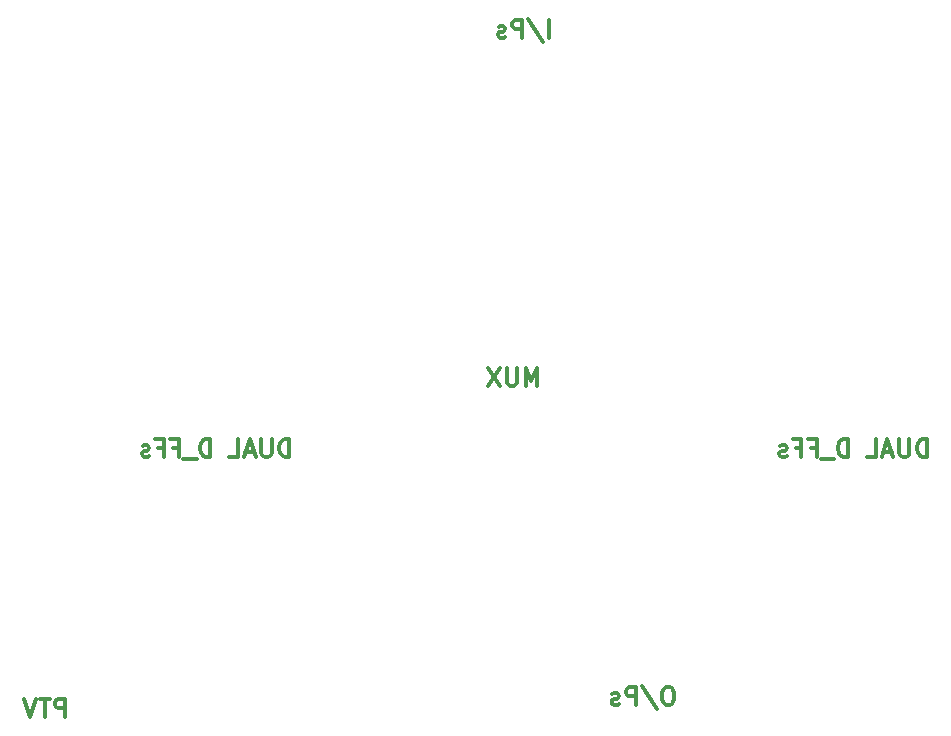
<source format=gbr>
%TF.GenerationSoftware,KiCad,Pcbnew,8.0.1*%
%TF.CreationDate,2024-04-13T21:36:45+05:30*%
%TF.ProjectId,piso,7069736f-2e6b-4696-9361-645f70636258,rev?*%
%TF.SameCoordinates,Original*%
%TF.FileFunction,Legend,Bot*%
%TF.FilePolarity,Positive*%
%FSLAX46Y46*%
G04 Gerber Fmt 4.6, Leading zero omitted, Abs format (unit mm)*
G04 Created by KiCad (PCBNEW 8.0.1) date 2024-04-13 21:36:45*
%MOMM*%
%LPD*%
G01*
G04 APERTURE LIST*
%ADD10C,0.300000*%
G04 APERTURE END LIST*
D10*
X179945489Y-135800828D02*
X179945489Y-134300828D01*
X179945489Y-134300828D02*
X179588346Y-134300828D01*
X179588346Y-134300828D02*
X179374060Y-134372257D01*
X179374060Y-134372257D02*
X179231203Y-134515114D01*
X179231203Y-134515114D02*
X179159774Y-134657971D01*
X179159774Y-134657971D02*
X179088346Y-134943685D01*
X179088346Y-134943685D02*
X179088346Y-135157971D01*
X179088346Y-135157971D02*
X179159774Y-135443685D01*
X179159774Y-135443685D02*
X179231203Y-135586542D01*
X179231203Y-135586542D02*
X179374060Y-135729400D01*
X179374060Y-135729400D02*
X179588346Y-135800828D01*
X179588346Y-135800828D02*
X179945489Y-135800828D01*
X178445489Y-134300828D02*
X178445489Y-135515114D01*
X178445489Y-135515114D02*
X178374060Y-135657971D01*
X178374060Y-135657971D02*
X178302632Y-135729400D01*
X178302632Y-135729400D02*
X178159774Y-135800828D01*
X178159774Y-135800828D02*
X177874060Y-135800828D01*
X177874060Y-135800828D02*
X177731203Y-135729400D01*
X177731203Y-135729400D02*
X177659774Y-135657971D01*
X177659774Y-135657971D02*
X177588346Y-135515114D01*
X177588346Y-135515114D02*
X177588346Y-134300828D01*
X176945488Y-135372257D02*
X176231203Y-135372257D01*
X177088345Y-135800828D02*
X176588345Y-134300828D01*
X176588345Y-134300828D02*
X176088345Y-135800828D01*
X174874060Y-135800828D02*
X175588346Y-135800828D01*
X175588346Y-135800828D02*
X175588346Y-134300828D01*
X173231203Y-135800828D02*
X173231203Y-134300828D01*
X173231203Y-134300828D02*
X172874060Y-134300828D01*
X172874060Y-134300828D02*
X172659774Y-134372257D01*
X172659774Y-134372257D02*
X172516917Y-134515114D01*
X172516917Y-134515114D02*
X172445488Y-134657971D01*
X172445488Y-134657971D02*
X172374060Y-134943685D01*
X172374060Y-134943685D02*
X172374060Y-135157971D01*
X172374060Y-135157971D02*
X172445488Y-135443685D01*
X172445488Y-135443685D02*
X172516917Y-135586542D01*
X172516917Y-135586542D02*
X172659774Y-135729400D01*
X172659774Y-135729400D02*
X172874060Y-135800828D01*
X172874060Y-135800828D02*
X173231203Y-135800828D01*
X172088346Y-135943685D02*
X170945488Y-135943685D01*
X170088346Y-135015114D02*
X170588346Y-135015114D01*
X170588346Y-135800828D02*
X170588346Y-134300828D01*
X170588346Y-134300828D02*
X169874060Y-134300828D01*
X168802632Y-135015114D02*
X169302632Y-135015114D01*
X169302632Y-135800828D02*
X169302632Y-134300828D01*
X169302632Y-134300828D02*
X168588346Y-134300828D01*
X168088346Y-135729400D02*
X167945489Y-135800828D01*
X167945489Y-135800828D02*
X167659775Y-135800828D01*
X167659775Y-135800828D02*
X167516918Y-135729400D01*
X167516918Y-135729400D02*
X167445489Y-135586542D01*
X167445489Y-135586542D02*
X167445489Y-135515114D01*
X167445489Y-135515114D02*
X167516918Y-135372257D01*
X167516918Y-135372257D02*
X167659775Y-135300828D01*
X167659775Y-135300828D02*
X167874061Y-135300828D01*
X167874061Y-135300828D02*
X168016918Y-135229400D01*
X168016918Y-135229400D02*
X168088346Y-135086542D01*
X168088346Y-135086542D02*
X168088346Y-135015114D01*
X168088346Y-135015114D02*
X168016918Y-134872257D01*
X168016918Y-134872257D02*
X167874061Y-134800828D01*
X167874061Y-134800828D02*
X167659775Y-134800828D01*
X167659775Y-134800828D02*
X167516918Y-134872257D01*
X106945489Y-157800828D02*
X106945489Y-156300828D01*
X106945489Y-156300828D02*
X106374060Y-156300828D01*
X106374060Y-156300828D02*
X106231203Y-156372257D01*
X106231203Y-156372257D02*
X106159774Y-156443685D01*
X106159774Y-156443685D02*
X106088346Y-156586542D01*
X106088346Y-156586542D02*
X106088346Y-156800828D01*
X106088346Y-156800828D02*
X106159774Y-156943685D01*
X106159774Y-156943685D02*
X106231203Y-157015114D01*
X106231203Y-157015114D02*
X106374060Y-157086542D01*
X106374060Y-157086542D02*
X106945489Y-157086542D01*
X105659774Y-156300828D02*
X104802632Y-156300828D01*
X105231203Y-157800828D02*
X105231203Y-156300828D01*
X104516917Y-156300828D02*
X104016917Y-157800828D01*
X104016917Y-157800828D02*
X103516917Y-156300828D01*
X158159774Y-155300828D02*
X157874060Y-155300828D01*
X157874060Y-155300828D02*
X157731203Y-155372257D01*
X157731203Y-155372257D02*
X157588346Y-155515114D01*
X157588346Y-155515114D02*
X157516917Y-155800828D01*
X157516917Y-155800828D02*
X157516917Y-156300828D01*
X157516917Y-156300828D02*
X157588346Y-156586542D01*
X157588346Y-156586542D02*
X157731203Y-156729400D01*
X157731203Y-156729400D02*
X157874060Y-156800828D01*
X157874060Y-156800828D02*
X158159774Y-156800828D01*
X158159774Y-156800828D02*
X158302632Y-156729400D01*
X158302632Y-156729400D02*
X158445489Y-156586542D01*
X158445489Y-156586542D02*
X158516917Y-156300828D01*
X158516917Y-156300828D02*
X158516917Y-155800828D01*
X158516917Y-155800828D02*
X158445489Y-155515114D01*
X158445489Y-155515114D02*
X158302632Y-155372257D01*
X158302632Y-155372257D02*
X158159774Y-155300828D01*
X155802631Y-155229400D02*
X157088345Y-157157971D01*
X155302631Y-156800828D02*
X155302631Y-155300828D01*
X155302631Y-155300828D02*
X154731202Y-155300828D01*
X154731202Y-155300828D02*
X154588345Y-155372257D01*
X154588345Y-155372257D02*
X154516916Y-155443685D01*
X154516916Y-155443685D02*
X154445488Y-155586542D01*
X154445488Y-155586542D02*
X154445488Y-155800828D01*
X154445488Y-155800828D02*
X154516916Y-155943685D01*
X154516916Y-155943685D02*
X154588345Y-156015114D01*
X154588345Y-156015114D02*
X154731202Y-156086542D01*
X154731202Y-156086542D02*
X155302631Y-156086542D01*
X153874059Y-156729400D02*
X153731202Y-156800828D01*
X153731202Y-156800828D02*
X153445488Y-156800828D01*
X153445488Y-156800828D02*
X153302631Y-156729400D01*
X153302631Y-156729400D02*
X153231202Y-156586542D01*
X153231202Y-156586542D02*
X153231202Y-156515114D01*
X153231202Y-156515114D02*
X153302631Y-156372257D01*
X153302631Y-156372257D02*
X153445488Y-156300828D01*
X153445488Y-156300828D02*
X153659774Y-156300828D01*
X153659774Y-156300828D02*
X153802631Y-156229400D01*
X153802631Y-156229400D02*
X153874059Y-156086542D01*
X153874059Y-156086542D02*
X153874059Y-156015114D01*
X153874059Y-156015114D02*
X153802631Y-155872257D01*
X153802631Y-155872257D02*
X153659774Y-155800828D01*
X153659774Y-155800828D02*
X153445488Y-155800828D01*
X153445488Y-155800828D02*
X153302631Y-155872257D01*
X146945489Y-129800828D02*
X146945489Y-128300828D01*
X146945489Y-128300828D02*
X146445489Y-129372257D01*
X146445489Y-129372257D02*
X145945489Y-128300828D01*
X145945489Y-128300828D02*
X145945489Y-129800828D01*
X145231203Y-128300828D02*
X145231203Y-129515114D01*
X145231203Y-129515114D02*
X145159774Y-129657971D01*
X145159774Y-129657971D02*
X145088346Y-129729400D01*
X145088346Y-129729400D02*
X144945488Y-129800828D01*
X144945488Y-129800828D02*
X144659774Y-129800828D01*
X144659774Y-129800828D02*
X144516917Y-129729400D01*
X144516917Y-129729400D02*
X144445488Y-129657971D01*
X144445488Y-129657971D02*
X144374060Y-129515114D01*
X144374060Y-129515114D02*
X144374060Y-128300828D01*
X143802631Y-128300828D02*
X142802631Y-129800828D01*
X142802631Y-128300828D02*
X143802631Y-129800828D01*
X147945489Y-100300828D02*
X147945489Y-98800828D01*
X146159774Y-98729400D02*
X147445488Y-100657971D01*
X145659774Y-100300828D02*
X145659774Y-98800828D01*
X145659774Y-98800828D02*
X145088345Y-98800828D01*
X145088345Y-98800828D02*
X144945488Y-98872257D01*
X144945488Y-98872257D02*
X144874059Y-98943685D01*
X144874059Y-98943685D02*
X144802631Y-99086542D01*
X144802631Y-99086542D02*
X144802631Y-99300828D01*
X144802631Y-99300828D02*
X144874059Y-99443685D01*
X144874059Y-99443685D02*
X144945488Y-99515114D01*
X144945488Y-99515114D02*
X145088345Y-99586542D01*
X145088345Y-99586542D02*
X145659774Y-99586542D01*
X144231202Y-100229400D02*
X144088345Y-100300828D01*
X144088345Y-100300828D02*
X143802631Y-100300828D01*
X143802631Y-100300828D02*
X143659774Y-100229400D01*
X143659774Y-100229400D02*
X143588345Y-100086542D01*
X143588345Y-100086542D02*
X143588345Y-100015114D01*
X143588345Y-100015114D02*
X143659774Y-99872257D01*
X143659774Y-99872257D02*
X143802631Y-99800828D01*
X143802631Y-99800828D02*
X144016917Y-99800828D01*
X144016917Y-99800828D02*
X144159774Y-99729400D01*
X144159774Y-99729400D02*
X144231202Y-99586542D01*
X144231202Y-99586542D02*
X144231202Y-99515114D01*
X144231202Y-99515114D02*
X144159774Y-99372257D01*
X144159774Y-99372257D02*
X144016917Y-99300828D01*
X144016917Y-99300828D02*
X143802631Y-99300828D01*
X143802631Y-99300828D02*
X143659774Y-99372257D01*
X125945489Y-135800828D02*
X125945489Y-134300828D01*
X125945489Y-134300828D02*
X125588346Y-134300828D01*
X125588346Y-134300828D02*
X125374060Y-134372257D01*
X125374060Y-134372257D02*
X125231203Y-134515114D01*
X125231203Y-134515114D02*
X125159774Y-134657971D01*
X125159774Y-134657971D02*
X125088346Y-134943685D01*
X125088346Y-134943685D02*
X125088346Y-135157971D01*
X125088346Y-135157971D02*
X125159774Y-135443685D01*
X125159774Y-135443685D02*
X125231203Y-135586542D01*
X125231203Y-135586542D02*
X125374060Y-135729400D01*
X125374060Y-135729400D02*
X125588346Y-135800828D01*
X125588346Y-135800828D02*
X125945489Y-135800828D01*
X124445489Y-134300828D02*
X124445489Y-135515114D01*
X124445489Y-135515114D02*
X124374060Y-135657971D01*
X124374060Y-135657971D02*
X124302632Y-135729400D01*
X124302632Y-135729400D02*
X124159774Y-135800828D01*
X124159774Y-135800828D02*
X123874060Y-135800828D01*
X123874060Y-135800828D02*
X123731203Y-135729400D01*
X123731203Y-135729400D02*
X123659774Y-135657971D01*
X123659774Y-135657971D02*
X123588346Y-135515114D01*
X123588346Y-135515114D02*
X123588346Y-134300828D01*
X122945488Y-135372257D02*
X122231203Y-135372257D01*
X123088345Y-135800828D02*
X122588345Y-134300828D01*
X122588345Y-134300828D02*
X122088345Y-135800828D01*
X120874060Y-135800828D02*
X121588346Y-135800828D01*
X121588346Y-135800828D02*
X121588346Y-134300828D01*
X119231203Y-135800828D02*
X119231203Y-134300828D01*
X119231203Y-134300828D02*
X118874060Y-134300828D01*
X118874060Y-134300828D02*
X118659774Y-134372257D01*
X118659774Y-134372257D02*
X118516917Y-134515114D01*
X118516917Y-134515114D02*
X118445488Y-134657971D01*
X118445488Y-134657971D02*
X118374060Y-134943685D01*
X118374060Y-134943685D02*
X118374060Y-135157971D01*
X118374060Y-135157971D02*
X118445488Y-135443685D01*
X118445488Y-135443685D02*
X118516917Y-135586542D01*
X118516917Y-135586542D02*
X118659774Y-135729400D01*
X118659774Y-135729400D02*
X118874060Y-135800828D01*
X118874060Y-135800828D02*
X119231203Y-135800828D01*
X118088346Y-135943685D02*
X116945488Y-135943685D01*
X116088346Y-135015114D02*
X116588346Y-135015114D01*
X116588346Y-135800828D02*
X116588346Y-134300828D01*
X116588346Y-134300828D02*
X115874060Y-134300828D01*
X114802632Y-135015114D02*
X115302632Y-135015114D01*
X115302632Y-135800828D02*
X115302632Y-134300828D01*
X115302632Y-134300828D02*
X114588346Y-134300828D01*
X114088346Y-135729400D02*
X113945489Y-135800828D01*
X113945489Y-135800828D02*
X113659775Y-135800828D01*
X113659775Y-135800828D02*
X113516918Y-135729400D01*
X113516918Y-135729400D02*
X113445489Y-135586542D01*
X113445489Y-135586542D02*
X113445489Y-135515114D01*
X113445489Y-135515114D02*
X113516918Y-135372257D01*
X113516918Y-135372257D02*
X113659775Y-135300828D01*
X113659775Y-135300828D02*
X113874061Y-135300828D01*
X113874061Y-135300828D02*
X114016918Y-135229400D01*
X114016918Y-135229400D02*
X114088346Y-135086542D01*
X114088346Y-135086542D02*
X114088346Y-135015114D01*
X114088346Y-135015114D02*
X114016918Y-134872257D01*
X114016918Y-134872257D02*
X113874061Y-134800828D01*
X113874061Y-134800828D02*
X113659775Y-134800828D01*
X113659775Y-134800828D02*
X113516918Y-134872257D01*
M02*

</source>
